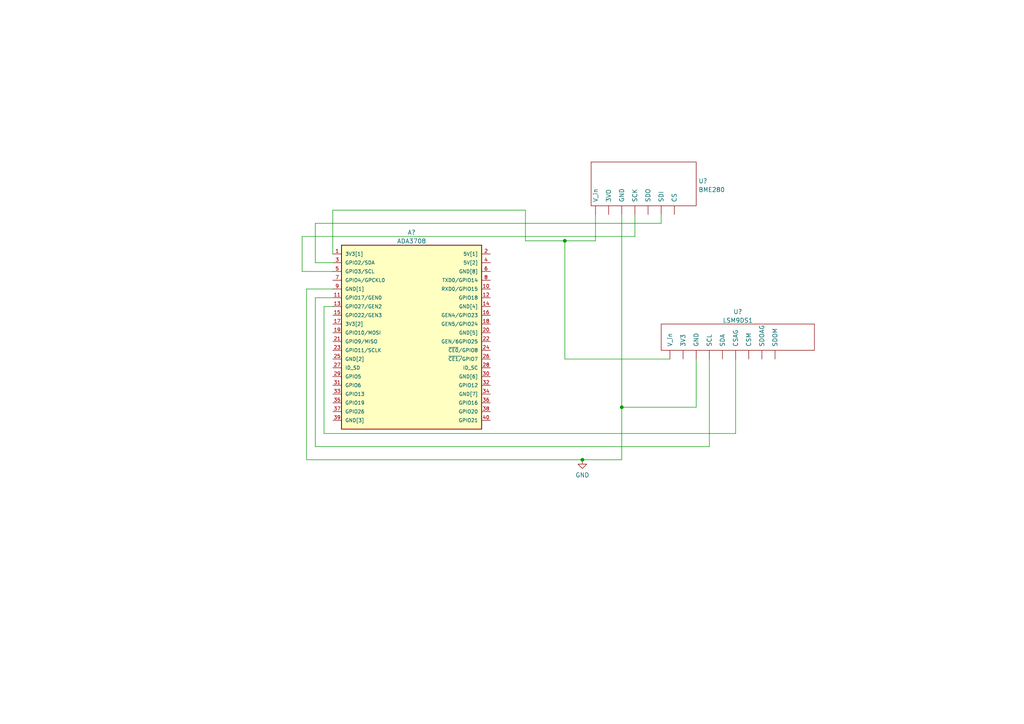
<source format=kicad_sch>
(kicad_sch (version 20211123) (generator eeschema)
  (paper "A4")
  (lib_symbols
    (symbol "ADA3708:ADA3708" (pin_names (offset 1.016))
      (property "Reference" "A" (at -20.3454 26.6954 0))
      (property "Value" "ADA3708" (at -20.3454 -30.5054 0))
      (symbol "ADA3708_0_0"
        (rectangle (start -20.32 -27.94) (end 20.32 25.4) (stroke (width 0.254)) (fill (type background)))
        (pin power_in line (at -22.86 22.86 0) (length 2.54) (name "3V3[1]") (number "1"))
        (pin bidirectional line (at 22.86 12.7 180) (length 2.54) (name "RXD0/GPIO15") (number "10"))
        (pin bidirectional line (at -22.86 10.16 0) (length 2.54) (name "GPIO17/GEN0") (number "11"))
        (pin bidirectional line (at 22.86 10.16 180) (length 2.54) (name "GPIO18") (number "12"))
        (pin bidirectional line (at -22.86 7.62 0) (length 2.54) (name "GPIO27/GEN2") (number "13"))
        (pin power_in line (at 22.86 7.62 180) (length 2.54) (name "GND[4]") (number "14"))
        (pin bidirectional line (at -22.86 5.08 0) (length 2.54) (name "GPIO22/GEN3") (number "15"))
        (pin bidirectional line (at 22.86 5.08 180) (length 2.54) (name "GEN4/GPIO23") (number "16"))
        (pin power_in line (at -22.86 2.54 0) (length 2.54) (name "3V3[2]") (number "17"))
        (pin bidirectional line (at 22.86 2.54 180) (length 2.54) (name "GEN5/GPIO24") (number "18"))
        (pin bidirectional line (at -22.86 0 0) (length 2.54) (name "GPIO10/MOSI") (number "19"))
        (pin power_in line (at 22.86 22.86 180) (length 2.54) (name "5V[1]") (number "2"))
        (pin power_in line (at 22.86 0 180) (length 2.54) (name "GND[5]") (number "20"))
        (pin bidirectional line (at -22.86 -2.54 0) (length 2.54) (name "GPIO9/MISO") (number "21"))
        (pin bidirectional line (at 22.86 -2.54 180) (length 2.54) (name "GEN/6GPIO25") (number "22"))
        (pin bidirectional line (at -22.86 -5.08 0) (length 2.54) (name "GPIO11/SCLK") (number "23"))
        (pin bidirectional line (at 22.86 -5.08 180) (length 2.54) (name "~{CE0}/GPIO8") (number "24"))
        (pin power_in line (at -22.86 -7.62 0) (length 2.54) (name "GND[2]") (number "25"))
        (pin bidirectional line (at 22.86 -7.62 180) (length 2.54) (name "~{CE1/}GPIO7") (number "26"))
        (pin bidirectional line (at -22.86 -10.16 0) (length 2.54) (name "ID_SD") (number "27"))
        (pin bidirectional line (at 22.86 -10.16 180) (length 2.54) (name "ID_SC") (number "28"))
        (pin bidirectional line (at -22.86 -12.7 0) (length 2.54) (name "GPIO5") (number "29"))
        (pin bidirectional line (at -22.86 20.32 0) (length 2.54) (name "GPIO2/SDA") (number "3"))
        (pin power_in line (at 22.86 -12.7 180) (length 2.54) (name "GND[6]") (number "30"))
        (pin bidirectional line (at -22.86 -15.24 0) (length 2.54) (name "GPIO6") (number "31"))
        (pin bidirectional line (at 22.86 -15.24 180) (length 2.54) (name "GPIO12") (number "32"))
        (pin bidirectional line (at -22.86 -17.78 0) (length 2.54) (name "GPIO13") (number "33"))
        (pin power_in line (at 22.86 -17.78 180) (length 2.54) (name "GND[7]") (number "34"))
        (pin bidirectional line (at -22.86 -20.32 0) (length 2.54) (name "GPIO19") (number "35"))
        (pin bidirectional line (at 22.86 -20.32 180) (length 2.54) (name "GPIO16") (number "36"))
        (pin bidirectional line (at -22.86 -22.86 0) (length 2.54) (name "GPIO26") (number "37"))
        (pin bidirectional line (at 22.86 -22.86 180) (length 2.54) (name "GPIO20") (number "38"))
        (pin power_in line (at -22.86 -25.4 0) (length 2.54) (name "GND[3]") (number "39"))
        (pin power_in line (at 22.86 20.32 180) (length 2.54) (name "5V[2]") (number "4"))
        (pin bidirectional line (at 22.86 -25.4 180) (length 2.54) (name "GPIO21") (number "40"))
        (pin bidirectional line (at -22.86 17.78 0) (length 2.54) (name "GPIO3/SCL") (number "5"))
        (pin power_in line (at 22.86 17.78 180) (length 2.54) (name "GND[8]") (number "6"))
        (pin bidirectional line (at -22.86 15.24 0) (length 2.54) (name "GPIO4/GPCKL0") (number "7"))
        (pin bidirectional line (at 22.86 15.24 180) (length 2.54) (name "TXD0/GPIO14") (number "8"))
        (pin power_in line (at -22.86 12.7 0) (length 2.54) (name "GND[1]") (number "9"))
      )
    )
    (symbol "Rocketry_project:BME280" (pin_names (offset 1.016))
      (property "Reference" "U" (at 0 0 0))
      (property "Value" "BME280" (at 0 2.54 0))
      (symbol "BME280_0_1"
        (rectangle (start -8.89 5.08) (end 21.59 -7.62))
      )
      (symbol "BME280_1_1"
        (pin power_out line (at -3.81 -10.16 90) (length 2.54) (name "3VO") (number "~"))
        (pin output line (at 15.24 -10.16 90) (length 2.54) (name "CS") (number "~"))
        (pin power_out line (at 0 -10.16 90) (length 2.54) (name "GND") (number "~"))
        (pin input line (at 3.81 -10.16 90) (length 2.54) (name "SCK") (number "~"))
        (pin input line (at 11.43 -10.16 90) (length 2.54) (name "SDI") (number "~"))
        (pin output line (at 7.62 -10.16 90) (length 2.54) (name "SDO") (number "~"))
        (pin power_in line (at -7.62 -10.16 90) (length 2.54) (name "V_in") (number "~"))
      )
    )
    (symbol "Rocketry_project:LSM9DS1" (pin_names (offset 1.016))
      (property "Reference" "U" (at 6.35 5.08 0))
      (property "Value" "LSM9DS1" (at 0 5.08 0))
      (symbol "LSM9DS1_0_1"
        (rectangle (start -6.35 6.35) (end 38.1 -1.27))
      )
      (symbol "LSM9DS1_1_1"
        (pin power_out line (at 0 -3.81 90) (length 2.54) (name "3V3") (number "~"))
        (pin input line (at 15.24 -3.81 90) (length 2.54) (name "CSAG") (number "~"))
        (pin input line (at 19.05 -3.81 90) (length 2.54) (name "CSM") (number "~"))
        (pin power_out line (at 3.81 -3.81 90) (length 2.54) (name "GND") (number "~"))
        (pin bidirectional line (at 7.62 -3.81 90) (length 2.54) (name "SCL") (number "~"))
        (pin bidirectional line (at 11.43 -3.81 90) (length 2.54) (name "SDA") (number "~"))
        (pin input line (at 22.86 -3.81 90) (length 2.54) (name "SDOAG") (number "~"))
        (pin input line (at 26.67 -3.81 90) (length 2.54) (name "SDOM") (number "~"))
        (pin power_in line (at -3.81 -3.81 90) (length 2.54) (name "V_in") (number "~"))
      )
    )
    (symbol "power:GND" (power) (pin_names (offset 0))
      (property "Value" "GND" (at 0 -3.81 0))
      (symbol "GND_0_1"
        (polyline (pts (xy 0 0) (xy 0 -1.27) (xy 1.27 -1.27) (xy 0 -2.54) (xy -1.27 -1.27) (xy 0 -1.27)))
      )
      (symbol "GND_1_1"
        (pin power_in line (at 0 0 270) (length 0) hide (name "GND") (number "1"))
      )
    )
  )
  (junction (at 180.34 118.11))
  (junction (at 163.83 69.85))
  (junction (at 168.91 133.35))
  (wire (pts (xy 93.98 88.9) (xy 96.52 88.9)))
  (wire (pts (xy 213.36 125.73) (xy 93.98 125.73)))
  (wire (pts (xy 88.9 133.35) (xy 88.9 83.82)))
  (wire (pts (xy 152.4 69.85) (xy 163.83 69.85)))
  (wire (pts (xy 88.9 83.82) (xy 96.52 83.82)))
  (wire (pts (xy 91.44 76.2) (xy 96.52 76.2)))
  (wire (pts (xy 163.83 104.14) (xy 163.83 69.85)))
  (wire (pts (xy 91.44 129.54) (xy 91.44 86.36)))
  (wire (pts (xy 201.93 104.14) (xy 201.93 118.11)))
  (wire (pts (xy 213.36 104.14) (xy 213.36 125.73)))
  (wire (pts (xy 180.34 118.11) (xy 180.34 133.35)))
  (wire (pts (xy 180.34 62.23) (xy 180.34 118.11)))
  (wire (pts (xy 96.52 73.66) (xy 96.52 60.96)))
  (wire (pts (xy 194.31 104.14) (xy 163.83 104.14)))
  (wire (pts (xy 184.15 68.58) (xy 87.63 68.58)))
  (wire (pts (xy 163.83 69.85) (xy 172.72 69.85)))
  (wire (pts (xy 184.15 62.23) (xy 184.15 68.58)))
  (wire (pts (xy 152.4 60.96) (xy 152.4 69.85)))
  (wire (pts (xy 91.44 64.77) (xy 91.44 76.2)))
  (wire (pts (xy 91.44 86.36) (xy 96.52 86.36)))
  (wire (pts (xy 96.52 60.96) (xy 152.4 60.96)))
  (wire (pts (xy 87.63 68.58) (xy 87.63 78.74)))
  (wire (pts (xy 205.74 104.14) (xy 205.74 129.54)))
  (wire (pts (xy 191.77 64.77) (xy 91.44 64.77)))
  (wire (pts (xy 201.93 118.11) (xy 180.34 118.11)))
  (wire (pts (xy 93.98 125.73) (xy 93.98 88.9)))
  (wire (pts (xy 168.91 133.35) (xy 88.9 133.35)))
  (wire (pts (xy 205.74 129.54) (xy 91.44 129.54)))
  (wire (pts (xy 191.77 62.23) (xy 191.77 64.77)))
  (wire (pts (xy 87.63 78.74) (xy 96.52 78.74)))
  (wire (pts (xy 180.34 133.35) (xy 168.91 133.35)))
  (wire (pts (xy 172.72 69.85) (xy 172.72 62.23)))
  (symbol (lib_id "Rocketry_project:BME280") (at 180.34 52.07 0) (unit 1)
    (property "Reference" "U?" (at 202.565 52.5053 0) (effects (justify left)))
    (property "Value" "BME280" (at 202.565 55.0422 0) (effects (justify left)))
  )
  (symbol (lib_id "power:GND") (at 168.91 133.35 0) (unit 1)
    (property "Reference" "#PWR?" (effects hide))
    (property "Value" "GND" (at 168.91 137.7934 0))
  )
  (symbol (lib_id "ADA3708:ADA3708") (at 119.38 96.52 0) (unit 1)
    (property "Reference" "A?" (at 119.38 67.4202 0))
    (property "Value" "ADA3708" (at 119.38 69.9571 0))
    (property "Footprint" "ADA3708_RPI-ZERO" (effects hide))
    (property "MANUFACTURER" "Raspberry" (effects hide))
    (property "STANDARD" "MAnufactutrer Recommendations" (effects hide))
  )
  (symbol (lib_id "Rocketry_project:LSM9DS1") (at 198.12 100.33 0) (unit 1)
    (property "Reference" "U?" (at 213.995 90.4072 0))
    (property "Value" "LSM9DS1" (at 213.995 92.9441 0))
  )
)
</source>
